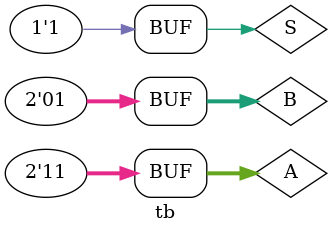
<source format=v>
module tb();

    reg [1:0] A,B;
    reg S;
    wire [1:0] Y;

    MUX dut (
        .A(A), .B(B), .S(S), .Y(Y)
    );

    initial begin
      A <= 2'b11;
      B <= 2'b01;
      #100;

      S <= 1'b0;
      #100;

      S <= 1'b1;
      #100;
    end

    initial begin
      $dumpfile("dump.vcd");
      $dumpvars(0);
    end

endmodule
</source>
